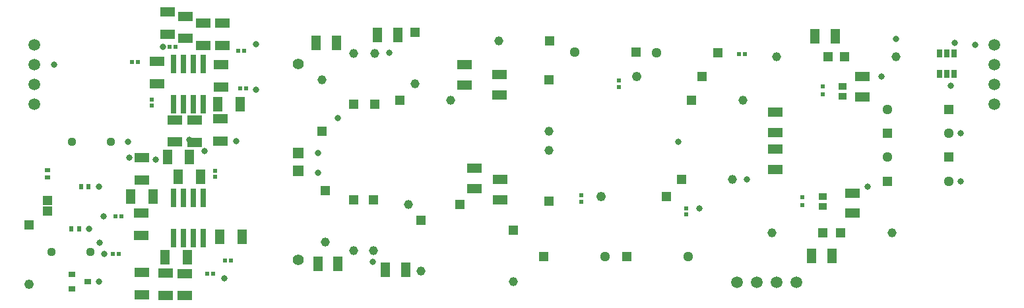
<source format=gts>
G04*
G04 #@! TF.GenerationSoftware,Altium Limited,Altium Designer,25.3.3 (18)*
G04*
G04 Layer_Color=8388736*
%FSLAX44Y44*%
%MOMM*%
G71*
G04*
G04 #@! TF.SameCoordinates,9AC58102-6E01-47F4-9C41-847502B80828*
G04*
G04*
G04 #@! TF.FilePolarity,Negative*
G04*
G01*
G75*
%ADD20R,0.5153X0.4725*%
%ADD21R,0.4725X0.5153*%
%ADD26R,0.5000X0.6400*%
%ADD27R,0.9000X0.8000*%
%ADD29R,0.6400X0.5000*%
G04:AMPARAMS|DCode=31|XSize=1.1mm|YSize=0.6mm|CornerRadius=0.051mm|HoleSize=0mm|Usage=FLASHONLY|Rotation=90.000|XOffset=0mm|YOffset=0mm|HoleType=Round|Shape=RoundedRectangle|*
%AMROUNDEDRECTD31*
21,1,1.1000,0.4980,0,0,90.0*
21,1,0.9980,0.6000,0,0,90.0*
1,1,0.1020,0.2490,0.4990*
1,1,0.1020,0.2490,-0.4990*
1,1,0.1020,-0.2490,-0.4990*
1,1,0.1020,-0.2490,0.4990*
%
%ADD31ROUNDEDRECTD31*%
%ADD32R,0.5000X0.4750*%
%ADD33R,0.5200X0.5200*%
%ADD34R,0.5200X0.5200*%
%ADD35R,1.9032X1.2532*%
%ADD36R,1.0532X0.9032*%
%ADD37R,1.2532X1.9032*%
%ADD38R,0.8032X2.4032*%
%ADD39R,1.9032X1.3032*%
%ADD40R,1.2532X1.2532*%
%ADD41R,1.3032X1.9032*%
%ADD42C,1.1176*%
%ADD43R,1.2446X1.2446*%
%ADD44C,1.2446*%
%ADD45C,1.4986*%
%ADD46R,1.1500X1.1500*%
%ADD47C,1.1500*%
%ADD48R,1.2954X1.2954*%
%ADD49C,1.2954*%
%ADD50R,1.1500X1.1500*%
%ADD51C,1.3970*%
%ADD52R,1.3970X1.3970*%
%ADD53R,1.2192X1.2192*%
%ADD54C,1.2192*%
%ADD55C,0.8128*%
D20*
X158726Y308610D02*
D03*
X151154D02*
D03*
X297131Y274320D02*
D03*
X289560D02*
D03*
X129564Y110490D02*
D03*
X137136D02*
D03*
X206961Y327660D02*
D03*
X199390D02*
D03*
X247674Y36830D02*
D03*
X255246D02*
D03*
X270534Y53340D02*
D03*
X278106D02*
D03*
X294616Y322580D02*
D03*
X287044D02*
D03*
X126690Y62230D02*
D03*
X134261D02*
D03*
D21*
X176530Y252468D02*
D03*
Y260040D02*
D03*
X257810Y168886D02*
D03*
Y161314D02*
D03*
D26*
X95250Y148590D02*
D03*
X85750D02*
D03*
X82880Y93980D02*
D03*
X73381D02*
D03*
D27*
X74150Y36170D02*
D03*
Y17170D02*
D03*
X94150Y26670D02*
D03*
D29*
X42240Y169850D02*
D03*
Y160350D02*
D03*
D31*
X1186840Y293070D02*
D03*
X1196340D02*
D03*
X1205840D02*
D03*
Y319070D02*
D03*
X1196340D02*
D03*
X1186840D02*
D03*
D32*
X1037590Y266655D02*
D03*
Y276905D02*
D03*
X1010920Y134665D02*
D03*
Y124415D02*
D03*
D33*
X929450Y318770D02*
D03*
X937450D02*
D03*
D34*
X862330Y120840D02*
D03*
Y112840D02*
D03*
X775970Y276670D02*
D03*
Y284670D02*
D03*
X727710Y137350D02*
D03*
Y129350D02*
D03*
D35*
X219710Y338530D02*
D03*
Y367030D02*
D03*
X196850Y372390D02*
D03*
Y343890D02*
D03*
X182880Y308890D02*
D03*
Y280390D02*
D03*
X205740Y234240D02*
D03*
Y205740D02*
D03*
X266700Y329920D02*
D03*
Y358420D02*
D03*
X242570Y329920D02*
D03*
Y358420D02*
D03*
X265430Y276300D02*
D03*
Y304800D02*
D03*
X264160Y206730D02*
D03*
Y235230D02*
D03*
X231140Y205460D02*
D03*
Y233960D02*
D03*
X163830Y9880D02*
D03*
Y38380D02*
D03*
X194310Y8610D02*
D03*
Y37110D02*
D03*
X218440Y8330D02*
D03*
Y36830D02*
D03*
X162560Y85800D02*
D03*
Y114300D02*
D03*
X163830Y185700D02*
D03*
Y157200D02*
D03*
D36*
X1062990Y264260D02*
D03*
Y276760D02*
D03*
X1037590Y123290D02*
D03*
Y135790D02*
D03*
D37*
X238760Y161290D02*
D03*
X210260D02*
D03*
X193071Y58138D02*
D03*
X221570D02*
D03*
X289840Y254000D02*
D03*
X261340D02*
D03*
X292380Y83820D02*
D03*
X263880D02*
D03*
X224790Y186690D02*
D03*
X196290D02*
D03*
X149580Y135890D02*
D03*
X178080D02*
D03*
D38*
X204470Y254070D02*
D03*
X217170D02*
D03*
X229870D02*
D03*
X242570D02*
D03*
Y306070D02*
D03*
X229870D02*
D03*
X217170D02*
D03*
X204470D02*
D03*
X242643Y134444D02*
D03*
X229943D02*
D03*
X217243D02*
D03*
X204543D02*
D03*
Y82444D02*
D03*
X217243D02*
D03*
X229943D02*
D03*
X242643D02*
D03*
D39*
X1075690Y114300D02*
D03*
Y140300D02*
D03*
X622300Y292400D02*
D03*
Y266400D02*
D03*
X577850Y279100D02*
D03*
Y305100D02*
D03*
X590550Y171750D02*
D03*
Y145750D02*
D03*
X1088390Y263860D02*
D03*
Y289860D02*
D03*
X976630Y218140D02*
D03*
Y244140D02*
D03*
Y170849D02*
D03*
Y196850D02*
D03*
X623570Y157780D02*
D03*
Y131780D02*
D03*
D40*
X42240Y116840D02*
D03*
Y130340D02*
D03*
D41*
X1053430Y341630D02*
D03*
X1027430D02*
D03*
X1049020Y59690D02*
D03*
X1023019D02*
D03*
X492090Y342900D02*
D03*
X466090D02*
D03*
X413050Y332740D02*
D03*
X387050D02*
D03*
X475950Y41910D02*
D03*
X501950D02*
D03*
X389290Y49530D02*
D03*
X415290D02*
D03*
D42*
X47390Y64770D02*
D03*
X97390D02*
D03*
X124060Y205740D02*
D03*
X74060D02*
D03*
D43*
X19050Y99060D02*
D03*
D44*
Y22860D02*
D03*
D45*
X25400Y330200D02*
D03*
Y304800D02*
D03*
Y279400D02*
D03*
Y254000D02*
D03*
X1003300Y25400D02*
D03*
X977900D02*
D03*
X952500D02*
D03*
X927100D02*
D03*
X1257300Y254000D02*
D03*
Y279400D02*
D03*
Y304800D02*
D03*
Y330200D02*
D03*
D46*
X1043720Y314960D02*
D03*
X1065530D02*
D03*
X1037590Y88900D02*
D03*
X856126Y157687D02*
D03*
X571500Y125730D02*
D03*
X494250Y259080D02*
D03*
X868900D02*
D03*
X686850Y335280D02*
D03*
X1060450Y88900D02*
D03*
D47*
X978120Y314960D02*
D03*
X1131130D02*
D03*
X971990Y88900D02*
D03*
X514350Y280890D02*
D03*
X462280Y319820D02*
D03*
X435610D02*
D03*
X921726Y157687D02*
D03*
X521970Y39810D02*
D03*
X505900Y125730D02*
D03*
X559850Y259080D02*
D03*
X435610Y66260D02*
D03*
X394970Y285530D02*
D03*
X398780Y77690D02*
D03*
X934500Y259080D02*
D03*
X621250Y335280D02*
D03*
X640080Y26890D02*
D03*
X685800Y195360D02*
D03*
X1126050Y88900D02*
D03*
X685800Y219930D02*
D03*
X461010Y66260D02*
D03*
D48*
X902970Y320040D02*
D03*
X797560Y321310D02*
D03*
X1198880Y247650D02*
D03*
Y186690D02*
D03*
X1120140Y154940D02*
D03*
Y217170D02*
D03*
X679450Y58420D02*
D03*
X786130D02*
D03*
D49*
X824230Y320040D02*
D03*
X718820Y321310D02*
D03*
X1120140Y247650D02*
D03*
Y186690D02*
D03*
X1198880Y154940D02*
D03*
Y217170D02*
D03*
X758190Y58420D02*
D03*
X864870D02*
D03*
D50*
X514350Y346490D02*
D03*
X462280Y254220D02*
D03*
X435610D02*
D03*
X521970Y105410D02*
D03*
X435610Y131860D02*
D03*
X394970Y219930D02*
D03*
X398780Y143290D02*
D03*
X640080Y92490D02*
D03*
X685800Y129760D02*
D03*
Y285530D02*
D03*
X461010Y131860D02*
D03*
D51*
X364490Y306070D02*
D03*
Y54610D02*
D03*
D52*
Y191770D02*
D03*
Y168910D02*
D03*
D53*
X882650Y289560D02*
D03*
X836930Y135890D02*
D03*
D54*
X798830Y289560D02*
D03*
X753110Y135890D02*
D03*
D55*
X389890Y166370D02*
D03*
Y191770D02*
D03*
X190476Y327660D02*
D03*
X269240Y30480D02*
D03*
X243840Y194310D02*
D03*
X224790Y208280D02*
D03*
X109220Y76200D02*
D03*
X115570Y62230D02*
D03*
X309880Y331470D02*
D03*
X1233170Y330200D02*
D03*
X50800Y304800D02*
D03*
X146050Y205740D02*
D03*
X1214120Y217170D02*
D03*
X95580Y93980D02*
D03*
X1201420Y278130D02*
D03*
X459783Y52088D02*
D03*
X1206500Y332740D02*
D03*
X1214120Y154940D02*
D03*
X1131570Y337820D02*
D03*
X1112520Y289560D02*
D03*
X310376Y273050D02*
D03*
X284480Y207010D02*
D03*
X147320Y185420D02*
D03*
X181610Y182880D02*
D03*
X939800Y157480D02*
D03*
X878840Y120650D02*
D03*
X852170Y205740D02*
D03*
X1094740Y148590D02*
D03*
X415290Y236220D02*
D03*
X481330Y320040D02*
D03*
X108280Y148590D02*
D03*
X114300Y110490D02*
D03*
X108280Y26670D02*
D03*
M02*

</source>
